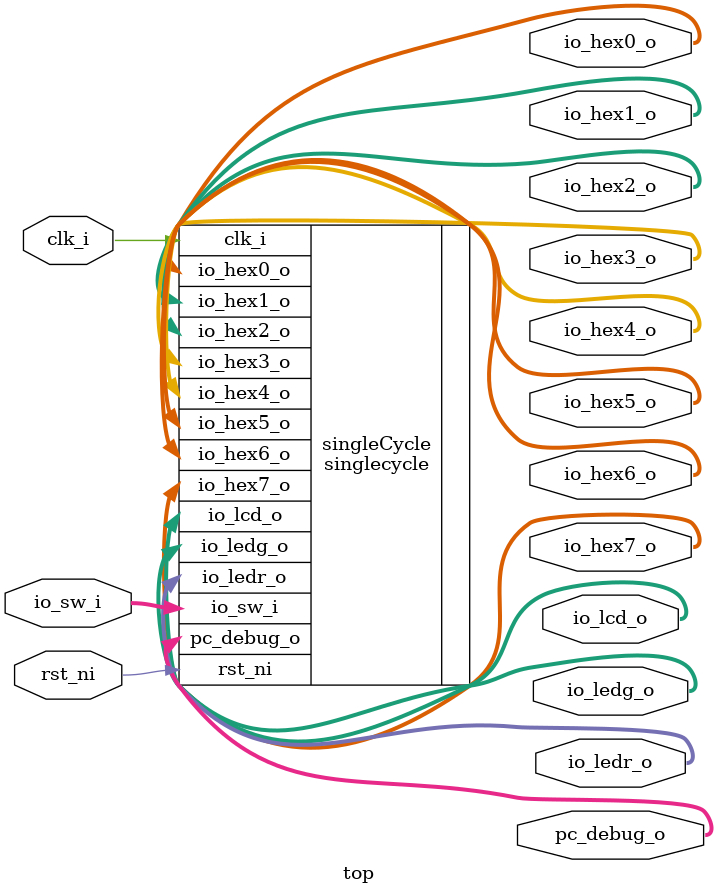
<source format=sv>
`default_nettype none

module top
(
  // Peripheral
  input  logic [31:0]      io_sw_i   ,
  output logic [31:0]      io_lcd_o  ,
  output logic [31:0]      io_ledg_o ,
  output logic [31:0]      io_ledr_o ,
  output logic [31:0]      io_hex0_o ,
  output logic [31:0]      io_hex1_o ,
  output logic [31:0]      io_hex2_o ,
  output logic [31:0]      io_hex3_o ,
  output logic [31:0]      io_hex4_o ,
  output logic [31:0]      io_hex5_o ,
  output logic [31:0]      io_hex6_o ,
  output logic [31:0]      io_hex7_o ,

  output logic [31:0]      pc_debug_o,

  // Clock and asynchronous reset active low
  input  logic             clk_i     ,
  input  logic             rst_ni
);

  singlecycle singleCycle (
    .io_sw_i   (io_sw_i   ),
    .io_lcd_o  (io_lcd_o  ),
    .io_ledg_o (io_ledg_o ),
    .io_ledr_o (io_ledr_o ),
    .io_hex0_o (io_hex0_o ),
    .io_hex1_o (io_hex1_o ),
    .io_hex2_o (io_hex2_o ),
    .io_hex3_o (io_hex3_o ),
    .io_hex4_o (io_hex4_o ),
    .io_hex5_o (io_hex5_o ),
    .io_hex6_o (io_hex6_o ),
    .io_hex7_o (io_hex7_o ),
    .pc_debug_o(pc_debug_o),
    .clk_i     (clk_i     ),
    .rst_ni    (rst_ni    )
  );

endmodule : top

</source>
